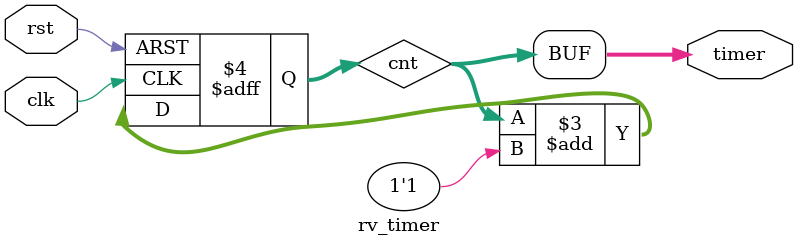
<source format=v>
module rv_timer
#(
    parameter DATA_WIDTH=64
)
(
    input                     clk,
    input                     rst,
    output [DATA_WIDTH - 1:0] timer
);
    reg [(DATA_WIDTH-1):0] cnt;

    always@(posedge clk or negedge rst) begin
        if (!rst)
            cnt <= 64'h0;
        else
            cnt <= cnt + 1'b1;
    end
    
    assign timer = cnt;
endmodule
</source>
